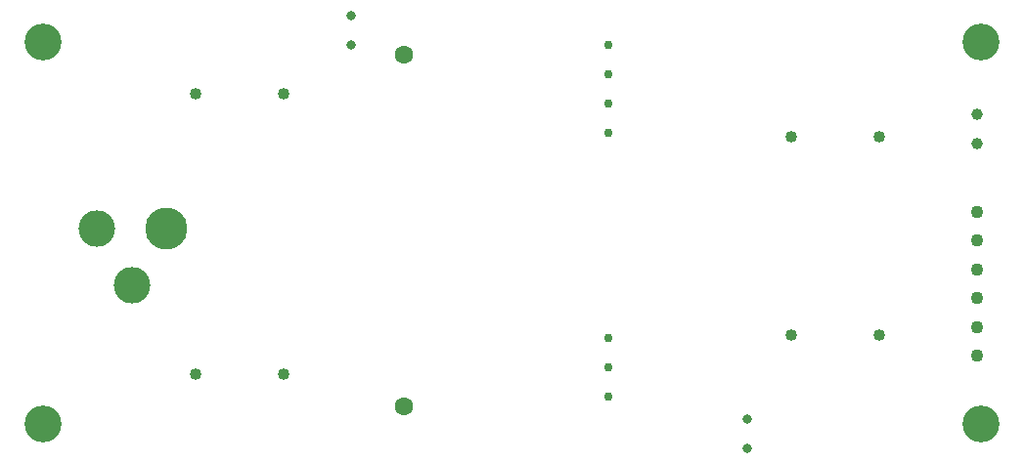
<source format=gbr>
G04 DesignSpark PCB Gerber Version 11.0 Build 5877*
%FSLAX35Y35*%
%MOIN*%
%ADD142C,0.02953*%
%ADD86C,0.03200*%
%ADD144C,0.03937*%
%ADD89C,0.04000*%
%ADD87C,0.04331*%
%ADD143C,0.06299*%
%ADD140C,0.12441*%
%ADD139C,0.12598*%
%ADD141C,0.14331*%
X0Y0D02*
D02*
D86*
X122513Y146277D03*
Y156277D03*
X257556Y8724D03*
Y18724D03*
D02*
D87*
X336018Y40300D03*
Y50143D03*
Y59985D03*
Y69828D03*
Y79670D03*
Y89513D03*
D02*
D89*
X69684Y34048D03*
Y129703D03*
X99684Y34048D03*
Y129703D03*
X272561Y47490D03*
Y115011D03*
X302561Y47490D03*
Y115011D03*
D02*
D139*
X17480Y17168D03*
Y147209D03*
X337269Y17168D03*
Y147209D03*
D02*
D140*
X35924Y83751D03*
X47931Y64460D03*
D02*
D141*
X59546Y83751D03*
D02*
D142*
X210354Y26472D03*
Y36472D03*
Y46472D03*
Y116472D03*
Y126472D03*
Y136472D03*
Y146472D03*
D02*
D143*
X140550Y23087D03*
Y143165D03*
D02*
D144*
X336018Y112823D03*
Y122665D03*
X0Y0D02*
M02*

</source>
